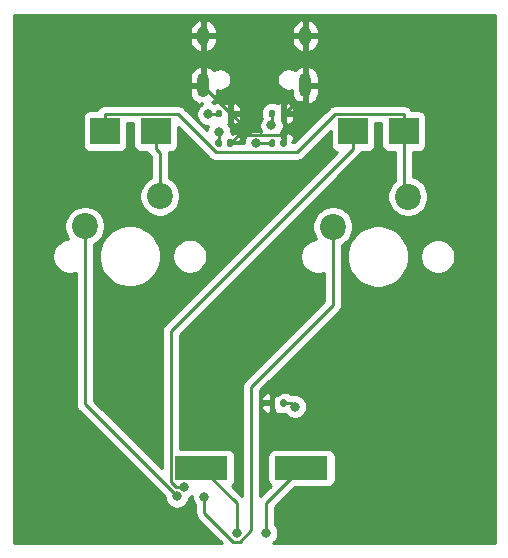
<source format=gbr>
%TF.GenerationSoftware,KiCad,Pcbnew,(5.1.12)-1*%
%TF.CreationDate,2024-07-10T23:31:02+08:00*%
%TF.ProjectId,BKL2x,424b4c32-782e-46b6-9963-61645f706362,1.0*%
%TF.SameCoordinates,Original*%
%TF.FileFunction,Copper,L2,Bot*%
%TF.FilePolarity,Positive*%
%FSLAX46Y46*%
G04 Gerber Fmt 4.6, Leading zero omitted, Abs format (unit mm)*
G04 Created by KiCad (PCBNEW (5.1.12)-1) date 2024-07-10 23:31:02*
%MOMM*%
%LPD*%
G01*
G04 APERTURE LIST*
%TA.AperFunction,SMDPad,CuDef*%
%ADD10R,2.500000X2.300000*%
%TD*%
%TA.AperFunction,ComponentPad*%
%ADD11O,1.000000X2.100000*%
%TD*%
%TA.AperFunction,ComponentPad*%
%ADD12O,1.000000X1.600000*%
%TD*%
%TA.AperFunction,ComponentPad*%
%ADD13C,2.200000*%
%TD*%
%TA.AperFunction,SMDPad,CuDef*%
%ADD14R,4.500000X2.000000*%
%TD*%
%TA.AperFunction,ViaPad*%
%ADD15C,0.800000*%
%TD*%
%TA.AperFunction,Conductor*%
%ADD16C,0.250000*%
%TD*%
%TA.AperFunction,Conductor*%
%ADD17C,0.254000*%
%TD*%
%TA.AperFunction,Conductor*%
%ADD18C,0.100000*%
%TD*%
G04 APERTURE END LIST*
%TO.P,C8,2*%
%TO.N,GND*%
%TA.AperFunction,SMDPad,CuDef*%
G36*
G01*
X147680000Y-84670000D02*
X147680000Y-84330000D01*
G75*
G02*
X147820000Y-84190000I140000J0D01*
G01*
X148100000Y-84190000D01*
G75*
G02*
X148240000Y-84330000I0J-140000D01*
G01*
X148240000Y-84670000D01*
G75*
G02*
X148100000Y-84810000I-140000J0D01*
G01*
X147820000Y-84810000D01*
G75*
G02*
X147680000Y-84670000I0J140000D01*
G01*
G37*
%TD.AperFunction*%
%TO.P,C8,1*%
%TO.N,/DP*%
%TA.AperFunction,SMDPad,CuDef*%
G36*
G01*
X146720000Y-84670000D02*
X146720000Y-84330000D01*
G75*
G02*
X146860000Y-84190000I140000J0D01*
G01*
X147140000Y-84190000D01*
G75*
G02*
X147280000Y-84330000I0J-140000D01*
G01*
X147280000Y-84670000D01*
G75*
G02*
X147140000Y-84810000I-140000J0D01*
G01*
X146860000Y-84810000D01*
G75*
G02*
X146720000Y-84670000I0J140000D01*
G01*
G37*
%TD.AperFunction*%
%TD*%
%TO.P,C7,2*%
%TO.N,GND*%
%TA.AperFunction,SMDPad,CuDef*%
G36*
G01*
X152200000Y-84670000D02*
X152200000Y-84330000D01*
G75*
G02*
X152340000Y-84190000I140000J0D01*
G01*
X152620000Y-84190000D01*
G75*
G02*
X152760000Y-84330000I0J-140000D01*
G01*
X152760000Y-84670000D01*
G75*
G02*
X152620000Y-84810000I-140000J0D01*
G01*
X152340000Y-84810000D01*
G75*
G02*
X152200000Y-84670000I0J140000D01*
G01*
G37*
%TD.AperFunction*%
%TO.P,C7,1*%
%TO.N,/DM*%
%TA.AperFunction,SMDPad,CuDef*%
G36*
G01*
X151240000Y-84670000D02*
X151240000Y-84330000D01*
G75*
G02*
X151380000Y-84190000I140000J0D01*
G01*
X151660000Y-84190000D01*
G75*
G02*
X151800000Y-84330000I0J-140000D01*
G01*
X151800000Y-84670000D01*
G75*
G02*
X151660000Y-84810000I-140000J0D01*
G01*
X151380000Y-84810000D01*
G75*
G02*
X151240000Y-84670000I0J140000D01*
G01*
G37*
%TD.AperFunction*%
%TD*%
%TO.P,C3,2*%
%TO.N,GND*%
%TA.AperFunction,SMDPad,CuDef*%
G36*
G01*
X151800000Y-106330000D02*
X151800000Y-106670000D01*
G75*
G02*
X151660000Y-106810000I-140000J0D01*
G01*
X151380000Y-106810000D01*
G75*
G02*
X151240000Y-106670000I0J140000D01*
G01*
X151240000Y-106330000D01*
G75*
G02*
X151380000Y-106190000I140000J0D01*
G01*
X151660000Y-106190000D01*
G75*
G02*
X151800000Y-106330000I0J-140000D01*
G01*
G37*
%TD.AperFunction*%
%TO.P,C3,1*%
%TO.N,/VB*%
%TA.AperFunction,SMDPad,CuDef*%
G36*
G01*
X152760000Y-106330000D02*
X152760000Y-106670000D01*
G75*
G02*
X152620000Y-106810000I-140000J0D01*
G01*
X152340000Y-106810000D01*
G75*
G02*
X152200000Y-106670000I0J140000D01*
G01*
X152200000Y-106330000D01*
G75*
G02*
X152340000Y-106190000I140000J0D01*
G01*
X152620000Y-106190000D01*
G75*
G02*
X152760000Y-106330000I0J-140000D01*
G01*
G37*
%TD.AperFunction*%
%TD*%
D10*
%TO.P,D1,1*%
%TO.N,Net-(D1-Pad1)*%
X137350000Y-83500000D03*
%TO.P,D1,2*%
%TO.N,Net-(D1-Pad2)*%
X141650000Y-83500000D03*
%TD*%
%TO.P,D2,2*%
%TO.N,Net-(D1-Pad1)*%
X162650000Y-83500000D03*
%TO.P,D2,1*%
%TO.N,/R0*%
X158350000Y-83500000D03*
%TD*%
D11*
%TO.P,J1,S1*%
%TO.N,GND*%
X154320000Y-79605000D03*
X145680000Y-79605000D03*
D12*
X154320000Y-75425000D03*
X145680000Y-75425000D03*
%TD*%
%TO.P,R1,1*%
%TO.N,GND*%
%TA.AperFunction,SMDPad,CuDef*%
G36*
G01*
X152780000Y-81815000D02*
X152780000Y-82185000D01*
G75*
G02*
X152645000Y-82320000I-135000J0D01*
G01*
X152375000Y-82320000D01*
G75*
G02*
X152240000Y-82185000I0J135000D01*
G01*
X152240000Y-81815000D01*
G75*
G02*
X152375000Y-81680000I135000J0D01*
G01*
X152645000Y-81680000D01*
G75*
G02*
X152780000Y-81815000I0J-135000D01*
G01*
G37*
%TD.AperFunction*%
%TO.P,R1,2*%
%TO.N,Net-(J1-PadA5)*%
%TA.AperFunction,SMDPad,CuDef*%
G36*
G01*
X151760000Y-81815000D02*
X151760000Y-82185000D01*
G75*
G02*
X151625000Y-82320000I-135000J0D01*
G01*
X151355000Y-82320000D01*
G75*
G02*
X151220000Y-82185000I0J135000D01*
G01*
X151220000Y-81815000D01*
G75*
G02*
X151355000Y-81680000I135000J0D01*
G01*
X151625000Y-81680000D01*
G75*
G02*
X151760000Y-81815000I0J-135000D01*
G01*
G37*
%TD.AperFunction*%
%TD*%
%TO.P,R2,2*%
%TO.N,Net-(J1-PadB5)*%
%TA.AperFunction,SMDPad,CuDef*%
G36*
G01*
X147270000Y-81815000D02*
X147270000Y-82185000D01*
G75*
G02*
X147135000Y-82320000I-135000J0D01*
G01*
X146865000Y-82320000D01*
G75*
G02*
X146730000Y-82185000I0J135000D01*
G01*
X146730000Y-81815000D01*
G75*
G02*
X146865000Y-81680000I135000J0D01*
G01*
X147135000Y-81680000D01*
G75*
G02*
X147270000Y-81815000I0J-135000D01*
G01*
G37*
%TD.AperFunction*%
%TO.P,R2,1*%
%TO.N,GND*%
%TA.AperFunction,SMDPad,CuDef*%
G36*
G01*
X148290000Y-81815000D02*
X148290000Y-82185000D01*
G75*
G02*
X148155000Y-82320000I-135000J0D01*
G01*
X147885000Y-82320000D01*
G75*
G02*
X147750000Y-82185000I0J135000D01*
G01*
X147750000Y-81815000D01*
G75*
G02*
X147885000Y-81680000I135000J0D01*
G01*
X148155000Y-81680000D01*
G75*
G02*
X148290000Y-81815000I0J-135000D01*
G01*
G37*
%TD.AperFunction*%
%TD*%
D13*
%TO.P,SW1,2*%
%TO.N,/C0*%
X135650000Y-91540000D03*
%TO.P,SW1,1*%
%TO.N,Net-(D1-Pad2)*%
X142000000Y-89000000D03*
%TD*%
%TO.P,SW2,1*%
%TO.N,Net-(D1-Pad1)*%
X163000000Y-89020000D03*
%TO.P,SW2,2*%
%TO.N,/C1*%
X156650000Y-91560000D03*
%TD*%
D14*
%TO.P,Y1,1*%
%TO.N,Net-(C5-Pad1)*%
X145500000Y-112000000D03*
%TO.P,Y1,2*%
%TO.N,Net-(C4-Pad2)*%
X154000000Y-112000000D03*
%TD*%
D15*
%TO.N,GND*%
X152000000Y-105577600D03*
%TO.N,/VB*%
X153450200Y-106815600D03*
%TO.N,Net-(C4-Pad2)*%
X151000000Y-117500000D03*
%TO.N,Net-(C5-Pad1)*%
X148500000Y-117500000D03*
%TO.N,/R0*%
X144059800Y-113606400D03*
%TO.N,Net-(J1-PadB5)*%
X146123300Y-82036400D03*
%TO.N,/DP*%
X147000000Y-83553700D03*
%TO.N,/DM*%
X150144100Y-84500000D03*
%TO.N,Net-(J1-PadA5)*%
X151460700Y-83001500D03*
%TO.N,/C0*%
X143440000Y-114402200D03*
%TO.N,/C1*%
X145785300Y-114458100D03*
%TD*%
D16*
%TO.N,GND*%
X148752900Y-83707100D02*
X147960000Y-84500000D01*
X152480000Y-83774600D02*
X148820400Y-83774600D01*
X148820400Y-83774600D02*
X148752900Y-83707100D01*
X148752900Y-83707100D02*
X148752900Y-82732900D01*
X148752900Y-82732900D02*
X148020000Y-82000000D01*
X152480000Y-83774600D02*
X152480000Y-84500000D01*
X152510000Y-82000000D02*
X152510000Y-83744600D01*
X152510000Y-83744600D02*
X152480000Y-83774600D01*
X148020000Y-82000000D02*
X145680000Y-79660000D01*
X145680000Y-79660000D02*
X145680000Y-79605000D01*
X154320000Y-80980300D02*
X153529700Y-80980300D01*
X153529700Y-80980300D02*
X152510000Y-82000000D01*
X151520000Y-106500000D02*
X151520000Y-106057600D01*
X151520000Y-106057600D02*
X152000000Y-105577600D01*
X145680000Y-79605000D02*
X145680000Y-76550300D01*
X145680000Y-75425000D02*
X145680000Y-76550300D01*
X154320000Y-79605000D02*
X154320000Y-80980300D01*
%TO.N,/VB*%
X152480000Y-106500000D02*
X153134600Y-106500000D01*
X153134600Y-106500000D02*
X153450200Y-106815600D01*
%TO.N,Net-(C4-Pad2)*%
X151000000Y-117500000D02*
X151000000Y-115000000D01*
X151000000Y-115000000D02*
X154000000Y-112000000D01*
%TO.N,Net-(C5-Pad1)*%
X148500000Y-117500000D02*
X148500000Y-115000000D01*
X148500000Y-115000000D02*
X145500000Y-112000000D01*
%TO.N,Net-(D1-Pad1)*%
X162650000Y-83500000D02*
X162650000Y-82024700D01*
X162650000Y-82024700D02*
X156853500Y-82024700D01*
X156853500Y-82024700D02*
X153615400Y-85262800D01*
X153615400Y-85262800D02*
X146747500Y-85262800D01*
X146747500Y-85262800D02*
X143509400Y-82024700D01*
X143509400Y-82024700D02*
X137350000Y-82024700D01*
X163000000Y-89020000D02*
X162650000Y-88670000D01*
X162650000Y-88670000D02*
X162650000Y-83500000D01*
X137350000Y-83500000D02*
X137350000Y-82024700D01*
%TO.N,Net-(D1-Pad2)*%
X141650000Y-83500000D02*
X141650000Y-84975300D01*
X142000000Y-89000000D02*
X142000000Y-85325300D01*
X142000000Y-85325300D02*
X141650000Y-84975300D01*
%TO.N,/R0*%
X158350000Y-83500000D02*
X158350000Y-84975300D01*
X158350000Y-84975300D02*
X142919000Y-100406300D01*
X142919000Y-100406300D02*
X142919000Y-113187300D01*
X142919000Y-113187300D02*
X143338100Y-113606400D01*
X143338100Y-113606400D02*
X144059800Y-113606400D01*
%TO.N,Net-(J1-PadB5)*%
X147000000Y-82000000D02*
X146963600Y-82036400D01*
X146963600Y-82036400D02*
X146123300Y-82036400D01*
%TO.N,/DP*%
X147000000Y-84500000D02*
X147000000Y-83553700D01*
%TO.N,/DM*%
X151520000Y-84500000D02*
X150144100Y-84500000D01*
%TO.N,Net-(J1-PadA5)*%
X151490000Y-82000000D02*
X151490000Y-82972200D01*
X151490000Y-82972200D02*
X151460700Y-83001500D01*
%TO.N,/C0*%
X135650000Y-91540000D02*
X135650000Y-106612200D01*
X135650000Y-106612200D02*
X143440000Y-114402200D01*
%TO.N,/C1*%
X156650000Y-91560000D02*
X156650000Y-98214200D01*
X156650000Y-98214200D02*
X149750000Y-105114200D01*
X149750000Y-105114200D02*
X149750000Y-117285600D01*
X149750000Y-117285600D02*
X148776200Y-118259400D01*
X148776200Y-118259400D02*
X148231600Y-118259400D01*
X148231600Y-118259400D02*
X145785300Y-115813100D01*
X145785300Y-115813100D02*
X145785300Y-114458100D01*
%TD*%
D17*
%TO.N,GND*%
X170373000Y-118373000D02*
X151556414Y-118373000D01*
X151659774Y-118303937D01*
X151803937Y-118159774D01*
X151917205Y-117990256D01*
X151995226Y-117801898D01*
X152035000Y-117601939D01*
X152035000Y-117398061D01*
X151995226Y-117198102D01*
X151917205Y-117009744D01*
X151803937Y-116840226D01*
X151760000Y-116796289D01*
X151760000Y-115314801D01*
X153436730Y-113638072D01*
X156250000Y-113638072D01*
X156374482Y-113625812D01*
X156494180Y-113589502D01*
X156604494Y-113530537D01*
X156701185Y-113451185D01*
X156780537Y-113354494D01*
X156839502Y-113244180D01*
X156875812Y-113124482D01*
X156888072Y-113000000D01*
X156888072Y-111000000D01*
X156875812Y-110875518D01*
X156839502Y-110755820D01*
X156780537Y-110645506D01*
X156701185Y-110548815D01*
X156604494Y-110469463D01*
X156494180Y-110410498D01*
X156374482Y-110374188D01*
X156250000Y-110361928D01*
X151750000Y-110361928D01*
X151625518Y-110374188D01*
X151505820Y-110410498D01*
X151395506Y-110469463D01*
X151298815Y-110548815D01*
X151219463Y-110645506D01*
X151160498Y-110755820D01*
X151124188Y-110875518D01*
X151111928Y-111000000D01*
X151111928Y-113000000D01*
X151124188Y-113124482D01*
X151160498Y-113244180D01*
X151219463Y-113354494D01*
X151298815Y-113451185D01*
X151395042Y-113530156D01*
X150510000Y-114415199D01*
X150510000Y-106807077D01*
X150601935Y-106807077D01*
X150613625Y-106931613D01*
X150649386Y-107051476D01*
X150707844Y-107162059D01*
X150786753Y-107259113D01*
X150883079Y-107338908D01*
X150993122Y-107398377D01*
X151112652Y-107435235D01*
X151234250Y-107445000D01*
X151393000Y-107286250D01*
X151393000Y-106627000D01*
X150763750Y-106627000D01*
X150605000Y-106785750D01*
X150601935Y-106807077D01*
X150510000Y-106807077D01*
X150510000Y-106192923D01*
X150601935Y-106192923D01*
X150605000Y-106214250D01*
X150763750Y-106373000D01*
X151393000Y-106373000D01*
X151393000Y-106330000D01*
X151561928Y-106330000D01*
X151561928Y-106670000D01*
X151576878Y-106821794D01*
X151621155Y-106967755D01*
X151647000Y-107016108D01*
X151647000Y-107286250D01*
X151805750Y-107445000D01*
X151927348Y-107435235D01*
X152046878Y-107398377D01*
X152056509Y-107393172D01*
X152188206Y-107433122D01*
X152340000Y-107448072D01*
X152620000Y-107448072D01*
X152627525Y-107447331D01*
X152646263Y-107475374D01*
X152790426Y-107619537D01*
X152959944Y-107732805D01*
X153148302Y-107810826D01*
X153348261Y-107850600D01*
X153552139Y-107850600D01*
X153752098Y-107810826D01*
X153940456Y-107732805D01*
X154109974Y-107619537D01*
X154254137Y-107475374D01*
X154367405Y-107305856D01*
X154445426Y-107117498D01*
X154485200Y-106917539D01*
X154485200Y-106713661D01*
X154445426Y-106513702D01*
X154367405Y-106325344D01*
X154254137Y-106155826D01*
X154109974Y-106011663D01*
X153940456Y-105898395D01*
X153752098Y-105820374D01*
X153552139Y-105780600D01*
X153381176Y-105780600D01*
X153283586Y-105750997D01*
X153171933Y-105740000D01*
X153171922Y-105740000D01*
X153134600Y-105736324D01*
X153119047Y-105737856D01*
X153052274Y-105683057D01*
X152917755Y-105611155D01*
X152771794Y-105566878D01*
X152620000Y-105551928D01*
X152340000Y-105551928D01*
X152188206Y-105566878D01*
X152056509Y-105606828D01*
X152046878Y-105601623D01*
X151927348Y-105564765D01*
X151805750Y-105555000D01*
X151647000Y-105713750D01*
X151647000Y-105983892D01*
X151621155Y-106032245D01*
X151576878Y-106178206D01*
X151561928Y-106330000D01*
X151393000Y-106330000D01*
X151393000Y-105713750D01*
X151234250Y-105555000D01*
X151112652Y-105564765D01*
X150993122Y-105601623D01*
X150883079Y-105661092D01*
X150786753Y-105740887D01*
X150707844Y-105837941D01*
X150649386Y-105948524D01*
X150613625Y-106068387D01*
X150601935Y-106192923D01*
X150510000Y-106192923D01*
X150510000Y-105429001D01*
X157161003Y-98777999D01*
X157190001Y-98754201D01*
X157284974Y-98638476D01*
X157355546Y-98506447D01*
X157399003Y-98363186D01*
X157410000Y-98251533D01*
X157413677Y-98214200D01*
X157410000Y-98176867D01*
X157410000Y-93840475D01*
X157825000Y-93840475D01*
X157825000Y-94359525D01*
X157926261Y-94868601D01*
X158124893Y-95348141D01*
X158413262Y-95779715D01*
X158780285Y-96146738D01*
X159211859Y-96435107D01*
X159691399Y-96633739D01*
X160200475Y-96735000D01*
X160719525Y-96735000D01*
X161228601Y-96633739D01*
X161708141Y-96435107D01*
X162139715Y-96146738D01*
X162506738Y-95779715D01*
X162795107Y-95348141D01*
X162993739Y-94868601D01*
X163095000Y-94359525D01*
X163095000Y-93953740D01*
X164055000Y-93953740D01*
X164055000Y-94246260D01*
X164112068Y-94533158D01*
X164224010Y-94803411D01*
X164386525Y-95046632D01*
X164593368Y-95253475D01*
X164836589Y-95415990D01*
X165106842Y-95527932D01*
X165393740Y-95585000D01*
X165686260Y-95585000D01*
X165973158Y-95527932D01*
X166243411Y-95415990D01*
X166486632Y-95253475D01*
X166693475Y-95046632D01*
X166855990Y-94803411D01*
X166967932Y-94533158D01*
X167025000Y-94246260D01*
X167025000Y-93953740D01*
X166967932Y-93666842D01*
X166855990Y-93396589D01*
X166693475Y-93153368D01*
X166486632Y-92946525D01*
X166243411Y-92784010D01*
X165973158Y-92672068D01*
X165686260Y-92615000D01*
X165393740Y-92615000D01*
X165106842Y-92672068D01*
X164836589Y-92784010D01*
X164593368Y-92946525D01*
X164386525Y-93153368D01*
X164224010Y-93396589D01*
X164112068Y-93666842D01*
X164055000Y-93953740D01*
X163095000Y-93953740D01*
X163095000Y-93840475D01*
X162993739Y-93331399D01*
X162795107Y-92851859D01*
X162506738Y-92420285D01*
X162139715Y-92053262D01*
X161708141Y-91764893D01*
X161228601Y-91566261D01*
X160719525Y-91465000D01*
X160200475Y-91465000D01*
X159691399Y-91566261D01*
X159211859Y-91764893D01*
X158780285Y-92053262D01*
X158413262Y-92420285D01*
X158124893Y-92851859D01*
X157926261Y-93331399D01*
X157825000Y-93840475D01*
X157410000Y-93840475D01*
X157410000Y-93123148D01*
X157471831Y-93097537D01*
X157755998Y-92907663D01*
X157997663Y-92665998D01*
X158187537Y-92381831D01*
X158318325Y-92066081D01*
X158385000Y-91730883D01*
X158385000Y-91389117D01*
X158318325Y-91053919D01*
X158187537Y-90738169D01*
X157997663Y-90454002D01*
X157755998Y-90212337D01*
X157471831Y-90022463D01*
X157156081Y-89891675D01*
X156820883Y-89825000D01*
X156479117Y-89825000D01*
X156143919Y-89891675D01*
X155828169Y-90022463D01*
X155544002Y-90212337D01*
X155302337Y-90454002D01*
X155112463Y-90738169D01*
X154981675Y-91053919D01*
X154915000Y-91389117D01*
X154915000Y-91730883D01*
X154981675Y-92066081D01*
X155112463Y-92381831D01*
X155268261Y-92615000D01*
X155233740Y-92615000D01*
X154946842Y-92672068D01*
X154676589Y-92784010D01*
X154433368Y-92946525D01*
X154226525Y-93153368D01*
X154064010Y-93396589D01*
X153952068Y-93666842D01*
X153895000Y-93953740D01*
X153895000Y-94246260D01*
X153952068Y-94533158D01*
X154064010Y-94803411D01*
X154226525Y-95046632D01*
X154433368Y-95253475D01*
X154676589Y-95415990D01*
X154946842Y-95527932D01*
X155233740Y-95585000D01*
X155526260Y-95585000D01*
X155813158Y-95527932D01*
X155890001Y-95496103D01*
X155890001Y-97899397D01*
X149239003Y-104550396D01*
X149209999Y-104574199D01*
X149154871Y-104641374D01*
X149115026Y-104689924D01*
X149044455Y-104821953D01*
X149044454Y-104821954D01*
X149000997Y-104965215D01*
X148990000Y-105076868D01*
X148990000Y-105076878D01*
X148986324Y-105114200D01*
X148990000Y-105151522D01*
X148990001Y-114415199D01*
X148104958Y-113530156D01*
X148201185Y-113451185D01*
X148280537Y-113354494D01*
X148339502Y-113244180D01*
X148375812Y-113124482D01*
X148388072Y-113000000D01*
X148388072Y-111000000D01*
X148375812Y-110875518D01*
X148339502Y-110755820D01*
X148280537Y-110645506D01*
X148201185Y-110548815D01*
X148104494Y-110469463D01*
X147994180Y-110410498D01*
X147874482Y-110374188D01*
X147750000Y-110361928D01*
X143679000Y-110361928D01*
X143679000Y-100721101D01*
X158861008Y-85539095D01*
X158890001Y-85515301D01*
X158913795Y-85486308D01*
X158913799Y-85486304D01*
X158971811Y-85415615D01*
X158984974Y-85399576D01*
X159044575Y-85288072D01*
X159600000Y-85288072D01*
X159724482Y-85275812D01*
X159844180Y-85239502D01*
X159954494Y-85180537D01*
X160051185Y-85101185D01*
X160130537Y-85004494D01*
X160189502Y-84894180D01*
X160225812Y-84774482D01*
X160238072Y-84650000D01*
X160238072Y-82784700D01*
X160761928Y-82784700D01*
X160761928Y-84650000D01*
X160774188Y-84774482D01*
X160810498Y-84894180D01*
X160869463Y-85004494D01*
X160948815Y-85101185D01*
X161045506Y-85180537D01*
X161155820Y-85239502D01*
X161275518Y-85275812D01*
X161400000Y-85288072D01*
X161890001Y-85288072D01*
X161890000Y-87676339D01*
X161652337Y-87914002D01*
X161462463Y-88198169D01*
X161331675Y-88513919D01*
X161265000Y-88849117D01*
X161265000Y-89190883D01*
X161331675Y-89526081D01*
X161462463Y-89841831D01*
X161652337Y-90125998D01*
X161894002Y-90367663D01*
X162178169Y-90557537D01*
X162493919Y-90688325D01*
X162829117Y-90755000D01*
X163170883Y-90755000D01*
X163506081Y-90688325D01*
X163821831Y-90557537D01*
X164105998Y-90367663D01*
X164347663Y-90125998D01*
X164537537Y-89841831D01*
X164668325Y-89526081D01*
X164735000Y-89190883D01*
X164735000Y-88849117D01*
X164668325Y-88513919D01*
X164537537Y-88198169D01*
X164347663Y-87914002D01*
X164105998Y-87672337D01*
X163821831Y-87482463D01*
X163506081Y-87351675D01*
X163410000Y-87332563D01*
X163410000Y-85288072D01*
X163900000Y-85288072D01*
X164024482Y-85275812D01*
X164144180Y-85239502D01*
X164254494Y-85180537D01*
X164351185Y-85101185D01*
X164430537Y-85004494D01*
X164489502Y-84894180D01*
X164525812Y-84774482D01*
X164538072Y-84650000D01*
X164538072Y-82350000D01*
X164525812Y-82225518D01*
X164489502Y-82105820D01*
X164430537Y-81995506D01*
X164351185Y-81898815D01*
X164254494Y-81819463D01*
X164144180Y-81760498D01*
X164024482Y-81724188D01*
X163900000Y-81711928D01*
X163344575Y-81711928D01*
X163284974Y-81600424D01*
X163190001Y-81484699D01*
X163074276Y-81389726D01*
X162942247Y-81319154D01*
X162798986Y-81275697D01*
X162687333Y-81264700D01*
X162650000Y-81261023D01*
X162612667Y-81264700D01*
X156890823Y-81264700D01*
X156853500Y-81261024D01*
X156816177Y-81264700D01*
X156816167Y-81264700D01*
X156704514Y-81275697D01*
X156561253Y-81319154D01*
X156429223Y-81389726D01*
X156372594Y-81436201D01*
X156313499Y-81484699D01*
X156289701Y-81513697D01*
X153395000Y-84408399D01*
X153395000Y-84372998D01*
X153236252Y-84372998D01*
X153395000Y-84214250D01*
X153398065Y-84192923D01*
X153386375Y-84068387D01*
X153350614Y-83948524D01*
X153292156Y-83837941D01*
X153213247Y-83740887D01*
X153116921Y-83661092D01*
X153006878Y-83601623D01*
X152887348Y-83564765D01*
X152765750Y-83555000D01*
X152607000Y-83713750D01*
X152607000Y-84373000D01*
X152627000Y-84373000D01*
X152627000Y-84502800D01*
X152438072Y-84502800D01*
X152438072Y-84330000D01*
X152423122Y-84178206D01*
X152378845Y-84032245D01*
X152353000Y-83983892D01*
X152353000Y-83713750D01*
X152279011Y-83639761D01*
X152377905Y-83491756D01*
X152455926Y-83303398D01*
X152495700Y-83103439D01*
X152495700Y-82899561D01*
X152455926Y-82699602D01*
X152383000Y-82523544D01*
X152383000Y-82336538D01*
X152383218Y-82335819D01*
X152398072Y-82185000D01*
X152398072Y-82127000D01*
X152637000Y-82127000D01*
X152637000Y-82796250D01*
X152795750Y-82955000D01*
X152912202Y-82944226D01*
X153031442Y-82906441D01*
X153141020Y-82846118D01*
X153236724Y-82765578D01*
X153314876Y-82667914D01*
X153372473Y-82556879D01*
X153407301Y-82436742D01*
X153418023Y-82312119D01*
X153415000Y-82285750D01*
X153256250Y-82127000D01*
X152637000Y-82127000D01*
X152398072Y-82127000D01*
X152398072Y-81815000D01*
X152383218Y-81664181D01*
X152383000Y-81663462D01*
X152383000Y-81203750D01*
X152637000Y-81203750D01*
X152637000Y-81873000D01*
X153256250Y-81873000D01*
X153415000Y-81714250D01*
X153418023Y-81687881D01*
X153407301Y-81563258D01*
X153372473Y-81443121D01*
X153314876Y-81332086D01*
X153236724Y-81234422D01*
X153141020Y-81153882D01*
X153031442Y-81093559D01*
X152912202Y-81055774D01*
X152795750Y-81045000D01*
X152637000Y-81203750D01*
X152383000Y-81203750D01*
X152224250Y-81045000D01*
X152107798Y-81055774D01*
X151988558Y-81093559D01*
X151948549Y-81115584D01*
X151920842Y-81100775D01*
X151775819Y-81056782D01*
X151625000Y-81041928D01*
X151355000Y-81041928D01*
X151204181Y-81056782D01*
X151059158Y-81100775D01*
X150925504Y-81172214D01*
X150808356Y-81268356D01*
X150712214Y-81385504D01*
X150640775Y-81519158D01*
X150596782Y-81664181D01*
X150581928Y-81815000D01*
X150581928Y-82185000D01*
X150596782Y-82335819D01*
X150616743Y-82401620D01*
X150543495Y-82511244D01*
X150465474Y-82699602D01*
X150425700Y-82899561D01*
X150425700Y-83103439D01*
X150465474Y-83303398D01*
X150543495Y-83491756D01*
X150592833Y-83565595D01*
X150445998Y-83504774D01*
X150246039Y-83465000D01*
X150042161Y-83465000D01*
X149842202Y-83504774D01*
X149653844Y-83582795D01*
X149484326Y-83696063D01*
X149340163Y-83840226D01*
X149226895Y-84009744D01*
X149148874Y-84198102D01*
X149109100Y-84398061D01*
X149109100Y-84502800D01*
X147918072Y-84502800D01*
X147918072Y-84353000D01*
X148087000Y-84353000D01*
X148087000Y-84373000D01*
X148716250Y-84373000D01*
X148875000Y-84214250D01*
X148878065Y-84192923D01*
X148866375Y-84068387D01*
X148830614Y-83948524D01*
X148772156Y-83837941D01*
X148693247Y-83740887D01*
X148596921Y-83661092D01*
X148486878Y-83601623D01*
X148367348Y-83564765D01*
X148245750Y-83555000D01*
X148087002Y-83713748D01*
X148087002Y-83555000D01*
X148035000Y-83555000D01*
X148035000Y-83451761D01*
X147995226Y-83251802D01*
X147917205Y-83063444D01*
X147803937Y-82893926D01*
X147799631Y-82889620D01*
X147893000Y-82796250D01*
X147893000Y-82336538D01*
X147893218Y-82335819D01*
X147908072Y-82185000D01*
X147908072Y-82127000D01*
X148147000Y-82127000D01*
X148147000Y-82796250D01*
X148305750Y-82955000D01*
X148422202Y-82944226D01*
X148541442Y-82906441D01*
X148651020Y-82846118D01*
X148746724Y-82765578D01*
X148824876Y-82667914D01*
X148882473Y-82556879D01*
X148917301Y-82436742D01*
X148928023Y-82312119D01*
X148925000Y-82285750D01*
X148766250Y-82127000D01*
X148147000Y-82127000D01*
X147908072Y-82127000D01*
X147908072Y-81815000D01*
X147893218Y-81664181D01*
X147893000Y-81663462D01*
X147893000Y-81203750D01*
X148147000Y-81203750D01*
X148147000Y-81873000D01*
X148766250Y-81873000D01*
X148925000Y-81714250D01*
X148928023Y-81687881D01*
X148917301Y-81563258D01*
X148882473Y-81443121D01*
X148824876Y-81332086D01*
X148746724Y-81234422D01*
X148651020Y-81153882D01*
X148541442Y-81093559D01*
X148422202Y-81055774D01*
X148305750Y-81045000D01*
X148147000Y-81203750D01*
X147893000Y-81203750D01*
X147734250Y-81045000D01*
X147617798Y-81055774D01*
X147498558Y-81093559D01*
X147458549Y-81115584D01*
X147430842Y-81100775D01*
X147285819Y-81056782D01*
X147135000Y-81041928D01*
X146865000Y-81041928D01*
X146714181Y-81056782D01*
X146569158Y-81100775D01*
X146569127Y-81100792D01*
X146425198Y-81041174D01*
X146403548Y-81036868D01*
X146553161Y-80891169D01*
X146680003Y-80706678D01*
X146768415Y-80500987D01*
X146815000Y-80282000D01*
X146815000Y-80021904D01*
X146829978Y-80028108D01*
X147015448Y-80065000D01*
X147204552Y-80065000D01*
X147390022Y-80028108D01*
X147564731Y-79955741D01*
X147721964Y-79850681D01*
X147855681Y-79716964D01*
X147960741Y-79559731D01*
X148033108Y-79385022D01*
X148070000Y-79199552D01*
X148070000Y-79010448D01*
X151930000Y-79010448D01*
X151930000Y-79199552D01*
X151966892Y-79385022D01*
X152039259Y-79559731D01*
X152144319Y-79716964D01*
X152278036Y-79850681D01*
X152435269Y-79955741D01*
X152609978Y-80028108D01*
X152795448Y-80065000D01*
X152984552Y-80065000D01*
X153170022Y-80028108D01*
X153185000Y-80021904D01*
X153185000Y-80282000D01*
X153231585Y-80500987D01*
X153319997Y-80706678D01*
X153446839Y-80891169D01*
X153607236Y-81047369D01*
X153795024Y-81169276D01*
X154018126Y-81249119D01*
X154193000Y-81122954D01*
X154193000Y-79732000D01*
X154447000Y-79732000D01*
X154447000Y-81122954D01*
X154621874Y-81249119D01*
X154844976Y-81169276D01*
X155032764Y-81047369D01*
X155193161Y-80891169D01*
X155320003Y-80706678D01*
X155408415Y-80500987D01*
X155455000Y-80282000D01*
X155455000Y-79732000D01*
X154447000Y-79732000D01*
X154193000Y-79732000D01*
X154173000Y-79732000D01*
X154173000Y-79478000D01*
X154193000Y-79478000D01*
X154193000Y-78087046D01*
X154447000Y-78087046D01*
X154447000Y-79478000D01*
X155455000Y-79478000D01*
X155455000Y-78928000D01*
X155408415Y-78709013D01*
X155320003Y-78503322D01*
X155193161Y-78318831D01*
X155032764Y-78162631D01*
X154844976Y-78040724D01*
X154621874Y-77960881D01*
X154447000Y-78087046D01*
X154193000Y-78087046D01*
X154018126Y-77960881D01*
X153795024Y-78040724D01*
X153607236Y-78162631D01*
X153446839Y-78318831D01*
X153445117Y-78321335D01*
X153344731Y-78254259D01*
X153170022Y-78181892D01*
X152984552Y-78145000D01*
X152795448Y-78145000D01*
X152609978Y-78181892D01*
X152435269Y-78254259D01*
X152278036Y-78359319D01*
X152144319Y-78493036D01*
X152039259Y-78650269D01*
X151966892Y-78824978D01*
X151930000Y-79010448D01*
X148070000Y-79010448D01*
X148033108Y-78824978D01*
X147960741Y-78650269D01*
X147855681Y-78493036D01*
X147721964Y-78359319D01*
X147564731Y-78254259D01*
X147390022Y-78181892D01*
X147204552Y-78145000D01*
X147015448Y-78145000D01*
X146829978Y-78181892D01*
X146655269Y-78254259D01*
X146554883Y-78321335D01*
X146553161Y-78318831D01*
X146392764Y-78162631D01*
X146204976Y-78040724D01*
X145981874Y-77960881D01*
X145807000Y-78087046D01*
X145807000Y-79478000D01*
X145827000Y-79478000D01*
X145827000Y-79732000D01*
X145807000Y-79732000D01*
X145807000Y-79752000D01*
X145553000Y-79752000D01*
X145553000Y-79732000D01*
X144545000Y-79732000D01*
X144545000Y-80282000D01*
X144591585Y-80500987D01*
X144679997Y-80706678D01*
X144806839Y-80891169D01*
X144967236Y-81047369D01*
X145155024Y-81169276D01*
X145378126Y-81249119D01*
X145552998Y-81122955D01*
X145552998Y-81172680D01*
X145463526Y-81232463D01*
X145319363Y-81376626D01*
X145206095Y-81546144D01*
X145128074Y-81734502D01*
X145088300Y-81934461D01*
X145088300Y-82138339D01*
X145128074Y-82338298D01*
X145206095Y-82526656D01*
X145319363Y-82696174D01*
X145463526Y-82840337D01*
X145633044Y-82953605D01*
X145821402Y-83031626D01*
X146021361Y-83071400D01*
X146079499Y-83071400D01*
X146004774Y-83251802D01*
X145972675Y-83413174D01*
X144073204Y-81513703D01*
X144049401Y-81484699D01*
X143933676Y-81389726D01*
X143801647Y-81319154D01*
X143658386Y-81275697D01*
X143546733Y-81264700D01*
X143546722Y-81264700D01*
X143509400Y-81261024D01*
X143472078Y-81264700D01*
X137387333Y-81264700D01*
X137350000Y-81261023D01*
X137312667Y-81264700D01*
X137201014Y-81275697D01*
X137057753Y-81319154D01*
X136925724Y-81389726D01*
X136809999Y-81484699D01*
X136715026Y-81600424D01*
X136655425Y-81711928D01*
X136100000Y-81711928D01*
X135975518Y-81724188D01*
X135855820Y-81760498D01*
X135745506Y-81819463D01*
X135648815Y-81898815D01*
X135569463Y-81995506D01*
X135510498Y-82105820D01*
X135474188Y-82225518D01*
X135461928Y-82350000D01*
X135461928Y-84650000D01*
X135474188Y-84774482D01*
X135510498Y-84894180D01*
X135569463Y-85004494D01*
X135648815Y-85101185D01*
X135745506Y-85180537D01*
X135855820Y-85239502D01*
X135975518Y-85275812D01*
X136100000Y-85288072D01*
X138600000Y-85288072D01*
X138724482Y-85275812D01*
X138844180Y-85239502D01*
X138954494Y-85180537D01*
X139051185Y-85101185D01*
X139130537Y-85004494D01*
X139189502Y-84894180D01*
X139225812Y-84774482D01*
X139238072Y-84650000D01*
X139238072Y-82784700D01*
X139761928Y-82784700D01*
X139761928Y-84650000D01*
X139774188Y-84774482D01*
X139810498Y-84894180D01*
X139869463Y-85004494D01*
X139948815Y-85101185D01*
X140045506Y-85180537D01*
X140155820Y-85239502D01*
X140275518Y-85275812D01*
X140400000Y-85288072D01*
X140955425Y-85288072D01*
X141015026Y-85399576D01*
X141076340Y-85474286D01*
X141110000Y-85515301D01*
X141138998Y-85539099D01*
X141240001Y-85640102D01*
X141240000Y-87436852D01*
X141178169Y-87462463D01*
X140894002Y-87652337D01*
X140652337Y-87894002D01*
X140462463Y-88178169D01*
X140331675Y-88493919D01*
X140265000Y-88829117D01*
X140265000Y-89170883D01*
X140331675Y-89506081D01*
X140462463Y-89821831D01*
X140652337Y-90105998D01*
X140894002Y-90347663D01*
X141178169Y-90537537D01*
X141493919Y-90668325D01*
X141829117Y-90735000D01*
X142170883Y-90735000D01*
X142506081Y-90668325D01*
X142821831Y-90537537D01*
X143105998Y-90347663D01*
X143347663Y-90105998D01*
X143537537Y-89821831D01*
X143668325Y-89506081D01*
X143735000Y-89170883D01*
X143735000Y-88829117D01*
X143668325Y-88493919D01*
X143537537Y-88178169D01*
X143347663Y-87894002D01*
X143105998Y-87652337D01*
X142821831Y-87462463D01*
X142760000Y-87436852D01*
X142760000Y-85362625D01*
X142763676Y-85325300D01*
X142760010Y-85288072D01*
X142900000Y-85288072D01*
X143024482Y-85275812D01*
X143144180Y-85239502D01*
X143254494Y-85180537D01*
X143351185Y-85101185D01*
X143430537Y-85004494D01*
X143489502Y-84894180D01*
X143525812Y-84774482D01*
X143538072Y-84650000D01*
X143538072Y-83128173D01*
X146183701Y-85773803D01*
X146207499Y-85802801D01*
X146236497Y-85826599D01*
X146323223Y-85897774D01*
X146455253Y-85968346D01*
X146598514Y-86011803D01*
X146710167Y-86022800D01*
X146710177Y-86022800D01*
X146747500Y-86026476D01*
X146784823Y-86022800D01*
X153578078Y-86022800D01*
X153615400Y-86026476D01*
X153652722Y-86022800D01*
X153652733Y-86022800D01*
X153764386Y-86011803D01*
X153907647Y-85968346D01*
X154039676Y-85897774D01*
X154155401Y-85802801D01*
X154179204Y-85773797D01*
X156461928Y-83491074D01*
X156461928Y-84650000D01*
X156474188Y-84774482D01*
X156510498Y-84894180D01*
X156569463Y-85004494D01*
X156648815Y-85101185D01*
X156745506Y-85180537D01*
X156855820Y-85239502D01*
X156974879Y-85275618D01*
X142408003Y-99842496D01*
X142378999Y-99866299D01*
X142323871Y-99933474D01*
X142284026Y-99982024D01*
X142213455Y-100114053D01*
X142213454Y-100114054D01*
X142169997Y-100257315D01*
X142159000Y-100368968D01*
X142159000Y-100368978D01*
X142155324Y-100406300D01*
X142159000Y-100443622D01*
X142159001Y-112046399D01*
X136410000Y-106297399D01*
X136410000Y-93820475D01*
X136825000Y-93820475D01*
X136825000Y-94339525D01*
X136926261Y-94848601D01*
X137124893Y-95328141D01*
X137413262Y-95759715D01*
X137780285Y-96126738D01*
X138211859Y-96415107D01*
X138691399Y-96613739D01*
X139200475Y-96715000D01*
X139719525Y-96715000D01*
X140228601Y-96613739D01*
X140708141Y-96415107D01*
X141139715Y-96126738D01*
X141506738Y-95759715D01*
X141795107Y-95328141D01*
X141993739Y-94848601D01*
X142095000Y-94339525D01*
X142095000Y-93933740D01*
X143055000Y-93933740D01*
X143055000Y-94226260D01*
X143112068Y-94513158D01*
X143224010Y-94783411D01*
X143386525Y-95026632D01*
X143593368Y-95233475D01*
X143836589Y-95395990D01*
X144106842Y-95507932D01*
X144393740Y-95565000D01*
X144686260Y-95565000D01*
X144973158Y-95507932D01*
X145243411Y-95395990D01*
X145486632Y-95233475D01*
X145693475Y-95026632D01*
X145855990Y-94783411D01*
X145967932Y-94513158D01*
X146025000Y-94226260D01*
X146025000Y-93933740D01*
X145967932Y-93646842D01*
X145855990Y-93376589D01*
X145693475Y-93133368D01*
X145486632Y-92926525D01*
X145243411Y-92764010D01*
X144973158Y-92652068D01*
X144686260Y-92595000D01*
X144393740Y-92595000D01*
X144106842Y-92652068D01*
X143836589Y-92764010D01*
X143593368Y-92926525D01*
X143386525Y-93133368D01*
X143224010Y-93376589D01*
X143112068Y-93646842D01*
X143055000Y-93933740D01*
X142095000Y-93933740D01*
X142095000Y-93820475D01*
X141993739Y-93311399D01*
X141795107Y-92831859D01*
X141506738Y-92400285D01*
X141139715Y-92033262D01*
X140708141Y-91744893D01*
X140228601Y-91546261D01*
X139719525Y-91445000D01*
X139200475Y-91445000D01*
X138691399Y-91546261D01*
X138211859Y-91744893D01*
X137780285Y-92033262D01*
X137413262Y-92400285D01*
X137124893Y-92831859D01*
X136926261Y-93311399D01*
X136825000Y-93820475D01*
X136410000Y-93820475D01*
X136410000Y-93103148D01*
X136471831Y-93077537D01*
X136755998Y-92887663D01*
X136997663Y-92645998D01*
X137187537Y-92361831D01*
X137318325Y-92046081D01*
X137385000Y-91710883D01*
X137385000Y-91369117D01*
X137318325Y-91033919D01*
X137187537Y-90718169D01*
X136997663Y-90434002D01*
X136755998Y-90192337D01*
X136471831Y-90002463D01*
X136156081Y-89871675D01*
X135820883Y-89805000D01*
X135479117Y-89805000D01*
X135143919Y-89871675D01*
X134828169Y-90002463D01*
X134544002Y-90192337D01*
X134302337Y-90434002D01*
X134112463Y-90718169D01*
X133981675Y-91033919D01*
X133915000Y-91369117D01*
X133915000Y-91710883D01*
X133981675Y-92046081D01*
X134112463Y-92361831D01*
X134268261Y-92595000D01*
X134233740Y-92595000D01*
X133946842Y-92652068D01*
X133676589Y-92764010D01*
X133433368Y-92926525D01*
X133226525Y-93133368D01*
X133064010Y-93376589D01*
X132952068Y-93646842D01*
X132895000Y-93933740D01*
X132895000Y-94226260D01*
X132952068Y-94513158D01*
X133064010Y-94783411D01*
X133226525Y-95026632D01*
X133433368Y-95233475D01*
X133676589Y-95395990D01*
X133946842Y-95507932D01*
X134233740Y-95565000D01*
X134526260Y-95565000D01*
X134813158Y-95507932D01*
X134890000Y-95476103D01*
X134890001Y-106574867D01*
X134886324Y-106612200D01*
X134900998Y-106761185D01*
X134944454Y-106904446D01*
X135015026Y-107036476D01*
X135069026Y-107102274D01*
X135110000Y-107152201D01*
X135138998Y-107175999D01*
X142405000Y-114442002D01*
X142405000Y-114504139D01*
X142444774Y-114704098D01*
X142522795Y-114892456D01*
X142636063Y-115061974D01*
X142780226Y-115206137D01*
X142949744Y-115319405D01*
X143138102Y-115397426D01*
X143338061Y-115437200D01*
X143541939Y-115437200D01*
X143741898Y-115397426D01*
X143930256Y-115319405D01*
X144099774Y-115206137D01*
X144243937Y-115061974D01*
X144357205Y-114892456D01*
X144435226Y-114704098D01*
X144464041Y-114559234D01*
X144550056Y-114523605D01*
X144719574Y-114410337D01*
X144750300Y-114379611D01*
X144750300Y-114560039D01*
X144790074Y-114759998D01*
X144868095Y-114948356D01*
X144981363Y-115117874D01*
X145025300Y-115161811D01*
X145025300Y-115775777D01*
X145021624Y-115813100D01*
X145025300Y-115850422D01*
X145025300Y-115850432D01*
X145036297Y-115962085D01*
X145079754Y-116105346D01*
X145150326Y-116237376D01*
X145190171Y-116285926D01*
X145245299Y-116353101D01*
X145274303Y-116376904D01*
X147270398Y-118373000D01*
X129627000Y-118373000D01*
X129627000Y-78928000D01*
X144545000Y-78928000D01*
X144545000Y-79478000D01*
X145553000Y-79478000D01*
X145553000Y-78087046D01*
X145378126Y-77960881D01*
X145155024Y-78040724D01*
X144967236Y-78162631D01*
X144806839Y-78318831D01*
X144679997Y-78503322D01*
X144591585Y-78709013D01*
X144545000Y-78928000D01*
X129627000Y-78928000D01*
X129627000Y-75552000D01*
X144545000Y-75552000D01*
X144545000Y-75852000D01*
X144591585Y-76070987D01*
X144679997Y-76276678D01*
X144806839Y-76461169D01*
X144967236Y-76617369D01*
X145155024Y-76739276D01*
X145378126Y-76819119D01*
X145553000Y-76692954D01*
X145553000Y-75552000D01*
X145807000Y-75552000D01*
X145807000Y-76692954D01*
X145981874Y-76819119D01*
X146204976Y-76739276D01*
X146392764Y-76617369D01*
X146553161Y-76461169D01*
X146680003Y-76276678D01*
X146768415Y-76070987D01*
X146815000Y-75852000D01*
X146815000Y-75552000D01*
X153185000Y-75552000D01*
X153185000Y-75852000D01*
X153231585Y-76070987D01*
X153319997Y-76276678D01*
X153446839Y-76461169D01*
X153607236Y-76617369D01*
X153795024Y-76739276D01*
X154018126Y-76819119D01*
X154193000Y-76692954D01*
X154193000Y-75552000D01*
X154447000Y-75552000D01*
X154447000Y-76692954D01*
X154621874Y-76819119D01*
X154844976Y-76739276D01*
X155032764Y-76617369D01*
X155193161Y-76461169D01*
X155320003Y-76276678D01*
X155408415Y-76070987D01*
X155455000Y-75852000D01*
X155455000Y-75552000D01*
X154447000Y-75552000D01*
X154193000Y-75552000D01*
X153185000Y-75552000D01*
X146815000Y-75552000D01*
X145807000Y-75552000D01*
X145553000Y-75552000D01*
X144545000Y-75552000D01*
X129627000Y-75552000D01*
X129627000Y-74998000D01*
X144545000Y-74998000D01*
X144545000Y-75298000D01*
X145553000Y-75298000D01*
X145553000Y-74157046D01*
X145807000Y-74157046D01*
X145807000Y-75298000D01*
X146815000Y-75298000D01*
X146815000Y-74998000D01*
X153185000Y-74998000D01*
X153185000Y-75298000D01*
X154193000Y-75298000D01*
X154193000Y-74157046D01*
X154447000Y-74157046D01*
X154447000Y-75298000D01*
X155455000Y-75298000D01*
X155455000Y-74998000D01*
X155408415Y-74779013D01*
X155320003Y-74573322D01*
X155193161Y-74388831D01*
X155032764Y-74232631D01*
X154844976Y-74110724D01*
X154621874Y-74030881D01*
X154447000Y-74157046D01*
X154193000Y-74157046D01*
X154018126Y-74030881D01*
X153795024Y-74110724D01*
X153607236Y-74232631D01*
X153446839Y-74388831D01*
X153319997Y-74573322D01*
X153231585Y-74779013D01*
X153185000Y-74998000D01*
X146815000Y-74998000D01*
X146768415Y-74779013D01*
X146680003Y-74573322D01*
X146553161Y-74388831D01*
X146392764Y-74232631D01*
X146204976Y-74110724D01*
X145981874Y-74030881D01*
X145807000Y-74157046D01*
X145553000Y-74157046D01*
X145378126Y-74030881D01*
X145155024Y-74110724D01*
X144967236Y-74232631D01*
X144806839Y-74388831D01*
X144679997Y-74573322D01*
X144591585Y-74779013D01*
X144545000Y-74998000D01*
X129627000Y-74998000D01*
X129627000Y-73627000D01*
X170373000Y-73627000D01*
X170373000Y-118373000D01*
%TA.AperFunction,Conductor*%
D18*
G36*
X170373000Y-118373000D02*
G01*
X151556414Y-118373000D01*
X151659774Y-118303937D01*
X151803937Y-118159774D01*
X151917205Y-117990256D01*
X151995226Y-117801898D01*
X152035000Y-117601939D01*
X152035000Y-117398061D01*
X151995226Y-117198102D01*
X151917205Y-117009744D01*
X151803937Y-116840226D01*
X151760000Y-116796289D01*
X151760000Y-115314801D01*
X153436730Y-113638072D01*
X156250000Y-113638072D01*
X156374482Y-113625812D01*
X156494180Y-113589502D01*
X156604494Y-113530537D01*
X156701185Y-113451185D01*
X156780537Y-113354494D01*
X156839502Y-113244180D01*
X156875812Y-113124482D01*
X156888072Y-113000000D01*
X156888072Y-111000000D01*
X156875812Y-110875518D01*
X156839502Y-110755820D01*
X156780537Y-110645506D01*
X156701185Y-110548815D01*
X156604494Y-110469463D01*
X156494180Y-110410498D01*
X156374482Y-110374188D01*
X156250000Y-110361928D01*
X151750000Y-110361928D01*
X151625518Y-110374188D01*
X151505820Y-110410498D01*
X151395506Y-110469463D01*
X151298815Y-110548815D01*
X151219463Y-110645506D01*
X151160498Y-110755820D01*
X151124188Y-110875518D01*
X151111928Y-111000000D01*
X151111928Y-113000000D01*
X151124188Y-113124482D01*
X151160498Y-113244180D01*
X151219463Y-113354494D01*
X151298815Y-113451185D01*
X151395042Y-113530156D01*
X150510000Y-114415199D01*
X150510000Y-106807077D01*
X150601935Y-106807077D01*
X150613625Y-106931613D01*
X150649386Y-107051476D01*
X150707844Y-107162059D01*
X150786753Y-107259113D01*
X150883079Y-107338908D01*
X150993122Y-107398377D01*
X151112652Y-107435235D01*
X151234250Y-107445000D01*
X151393000Y-107286250D01*
X151393000Y-106627000D01*
X150763750Y-106627000D01*
X150605000Y-106785750D01*
X150601935Y-106807077D01*
X150510000Y-106807077D01*
X150510000Y-106192923D01*
X150601935Y-106192923D01*
X150605000Y-106214250D01*
X150763750Y-106373000D01*
X151393000Y-106373000D01*
X151393000Y-106330000D01*
X151561928Y-106330000D01*
X151561928Y-106670000D01*
X151576878Y-106821794D01*
X151621155Y-106967755D01*
X151647000Y-107016108D01*
X151647000Y-107286250D01*
X151805750Y-107445000D01*
X151927348Y-107435235D01*
X152046878Y-107398377D01*
X152056509Y-107393172D01*
X152188206Y-107433122D01*
X152340000Y-107448072D01*
X152620000Y-107448072D01*
X152627525Y-107447331D01*
X152646263Y-107475374D01*
X152790426Y-107619537D01*
X152959944Y-107732805D01*
X153148302Y-107810826D01*
X153348261Y-107850600D01*
X153552139Y-107850600D01*
X153752098Y-107810826D01*
X153940456Y-107732805D01*
X154109974Y-107619537D01*
X154254137Y-107475374D01*
X154367405Y-107305856D01*
X154445426Y-107117498D01*
X154485200Y-106917539D01*
X154485200Y-106713661D01*
X154445426Y-106513702D01*
X154367405Y-106325344D01*
X154254137Y-106155826D01*
X154109974Y-106011663D01*
X153940456Y-105898395D01*
X153752098Y-105820374D01*
X153552139Y-105780600D01*
X153381176Y-105780600D01*
X153283586Y-105750997D01*
X153171933Y-105740000D01*
X153171922Y-105740000D01*
X153134600Y-105736324D01*
X153119047Y-105737856D01*
X153052274Y-105683057D01*
X152917755Y-105611155D01*
X152771794Y-105566878D01*
X152620000Y-105551928D01*
X152340000Y-105551928D01*
X152188206Y-105566878D01*
X152056509Y-105606828D01*
X152046878Y-105601623D01*
X151927348Y-105564765D01*
X151805750Y-105555000D01*
X151647000Y-105713750D01*
X151647000Y-105983892D01*
X151621155Y-106032245D01*
X151576878Y-106178206D01*
X151561928Y-106330000D01*
X151393000Y-106330000D01*
X151393000Y-105713750D01*
X151234250Y-105555000D01*
X151112652Y-105564765D01*
X150993122Y-105601623D01*
X150883079Y-105661092D01*
X150786753Y-105740887D01*
X150707844Y-105837941D01*
X150649386Y-105948524D01*
X150613625Y-106068387D01*
X150601935Y-106192923D01*
X150510000Y-106192923D01*
X150510000Y-105429001D01*
X157161003Y-98777999D01*
X157190001Y-98754201D01*
X157284974Y-98638476D01*
X157355546Y-98506447D01*
X157399003Y-98363186D01*
X157410000Y-98251533D01*
X157413677Y-98214200D01*
X157410000Y-98176867D01*
X157410000Y-93840475D01*
X157825000Y-93840475D01*
X157825000Y-94359525D01*
X157926261Y-94868601D01*
X158124893Y-95348141D01*
X158413262Y-95779715D01*
X158780285Y-96146738D01*
X159211859Y-96435107D01*
X159691399Y-96633739D01*
X160200475Y-96735000D01*
X160719525Y-96735000D01*
X161228601Y-96633739D01*
X161708141Y-96435107D01*
X162139715Y-96146738D01*
X162506738Y-95779715D01*
X162795107Y-95348141D01*
X162993739Y-94868601D01*
X163095000Y-94359525D01*
X163095000Y-93953740D01*
X164055000Y-93953740D01*
X164055000Y-94246260D01*
X164112068Y-94533158D01*
X164224010Y-94803411D01*
X164386525Y-95046632D01*
X164593368Y-95253475D01*
X164836589Y-95415990D01*
X165106842Y-95527932D01*
X165393740Y-95585000D01*
X165686260Y-95585000D01*
X165973158Y-95527932D01*
X166243411Y-95415990D01*
X166486632Y-95253475D01*
X166693475Y-95046632D01*
X166855990Y-94803411D01*
X166967932Y-94533158D01*
X167025000Y-94246260D01*
X167025000Y-93953740D01*
X166967932Y-93666842D01*
X166855990Y-93396589D01*
X166693475Y-93153368D01*
X166486632Y-92946525D01*
X166243411Y-92784010D01*
X165973158Y-92672068D01*
X165686260Y-92615000D01*
X165393740Y-92615000D01*
X165106842Y-92672068D01*
X164836589Y-92784010D01*
X164593368Y-92946525D01*
X164386525Y-93153368D01*
X164224010Y-93396589D01*
X164112068Y-93666842D01*
X164055000Y-93953740D01*
X163095000Y-93953740D01*
X163095000Y-93840475D01*
X162993739Y-93331399D01*
X162795107Y-92851859D01*
X162506738Y-92420285D01*
X162139715Y-92053262D01*
X161708141Y-91764893D01*
X161228601Y-91566261D01*
X160719525Y-91465000D01*
X160200475Y-91465000D01*
X159691399Y-91566261D01*
X159211859Y-91764893D01*
X158780285Y-92053262D01*
X158413262Y-92420285D01*
X158124893Y-92851859D01*
X157926261Y-93331399D01*
X157825000Y-93840475D01*
X157410000Y-93840475D01*
X157410000Y-93123148D01*
X157471831Y-93097537D01*
X157755998Y-92907663D01*
X157997663Y-92665998D01*
X158187537Y-92381831D01*
X158318325Y-92066081D01*
X158385000Y-91730883D01*
X158385000Y-91389117D01*
X158318325Y-91053919D01*
X158187537Y-90738169D01*
X157997663Y-90454002D01*
X157755998Y-90212337D01*
X157471831Y-90022463D01*
X157156081Y-89891675D01*
X156820883Y-89825000D01*
X156479117Y-89825000D01*
X156143919Y-89891675D01*
X155828169Y-90022463D01*
X155544002Y-90212337D01*
X155302337Y-90454002D01*
X155112463Y-90738169D01*
X154981675Y-91053919D01*
X154915000Y-91389117D01*
X154915000Y-91730883D01*
X154981675Y-92066081D01*
X155112463Y-92381831D01*
X155268261Y-92615000D01*
X155233740Y-92615000D01*
X154946842Y-92672068D01*
X154676589Y-92784010D01*
X154433368Y-92946525D01*
X154226525Y-93153368D01*
X154064010Y-93396589D01*
X153952068Y-93666842D01*
X153895000Y-93953740D01*
X153895000Y-94246260D01*
X153952068Y-94533158D01*
X154064010Y-94803411D01*
X154226525Y-95046632D01*
X154433368Y-95253475D01*
X154676589Y-95415990D01*
X154946842Y-95527932D01*
X155233740Y-95585000D01*
X155526260Y-95585000D01*
X155813158Y-95527932D01*
X155890001Y-95496103D01*
X155890001Y-97899397D01*
X149239003Y-104550396D01*
X149209999Y-104574199D01*
X149154871Y-104641374D01*
X149115026Y-104689924D01*
X149044455Y-104821953D01*
X149044454Y-104821954D01*
X149000997Y-104965215D01*
X148990000Y-105076868D01*
X148990000Y-105076878D01*
X148986324Y-105114200D01*
X148990000Y-105151522D01*
X148990001Y-114415199D01*
X148104958Y-113530156D01*
X148201185Y-113451185D01*
X148280537Y-113354494D01*
X148339502Y-113244180D01*
X148375812Y-113124482D01*
X148388072Y-113000000D01*
X148388072Y-111000000D01*
X148375812Y-110875518D01*
X148339502Y-110755820D01*
X148280537Y-110645506D01*
X148201185Y-110548815D01*
X148104494Y-110469463D01*
X147994180Y-110410498D01*
X147874482Y-110374188D01*
X147750000Y-110361928D01*
X143679000Y-110361928D01*
X143679000Y-100721101D01*
X158861008Y-85539095D01*
X158890001Y-85515301D01*
X158913795Y-85486308D01*
X158913799Y-85486304D01*
X158971811Y-85415615D01*
X158984974Y-85399576D01*
X159044575Y-85288072D01*
X159600000Y-85288072D01*
X159724482Y-85275812D01*
X159844180Y-85239502D01*
X159954494Y-85180537D01*
X160051185Y-85101185D01*
X160130537Y-85004494D01*
X160189502Y-84894180D01*
X160225812Y-84774482D01*
X160238072Y-84650000D01*
X160238072Y-82784700D01*
X160761928Y-82784700D01*
X160761928Y-84650000D01*
X160774188Y-84774482D01*
X160810498Y-84894180D01*
X160869463Y-85004494D01*
X160948815Y-85101185D01*
X161045506Y-85180537D01*
X161155820Y-85239502D01*
X161275518Y-85275812D01*
X161400000Y-85288072D01*
X161890001Y-85288072D01*
X161890000Y-87676339D01*
X161652337Y-87914002D01*
X161462463Y-88198169D01*
X161331675Y-88513919D01*
X161265000Y-88849117D01*
X161265000Y-89190883D01*
X161331675Y-89526081D01*
X161462463Y-89841831D01*
X161652337Y-90125998D01*
X161894002Y-90367663D01*
X162178169Y-90557537D01*
X162493919Y-90688325D01*
X162829117Y-90755000D01*
X163170883Y-90755000D01*
X163506081Y-90688325D01*
X163821831Y-90557537D01*
X164105998Y-90367663D01*
X164347663Y-90125998D01*
X164537537Y-89841831D01*
X164668325Y-89526081D01*
X164735000Y-89190883D01*
X164735000Y-88849117D01*
X164668325Y-88513919D01*
X164537537Y-88198169D01*
X164347663Y-87914002D01*
X164105998Y-87672337D01*
X163821831Y-87482463D01*
X163506081Y-87351675D01*
X163410000Y-87332563D01*
X163410000Y-85288072D01*
X163900000Y-85288072D01*
X164024482Y-85275812D01*
X164144180Y-85239502D01*
X164254494Y-85180537D01*
X164351185Y-85101185D01*
X164430537Y-85004494D01*
X164489502Y-84894180D01*
X164525812Y-84774482D01*
X164538072Y-84650000D01*
X164538072Y-82350000D01*
X164525812Y-82225518D01*
X164489502Y-82105820D01*
X164430537Y-81995506D01*
X164351185Y-81898815D01*
X164254494Y-81819463D01*
X164144180Y-81760498D01*
X164024482Y-81724188D01*
X163900000Y-81711928D01*
X163344575Y-81711928D01*
X163284974Y-81600424D01*
X163190001Y-81484699D01*
X163074276Y-81389726D01*
X162942247Y-81319154D01*
X162798986Y-81275697D01*
X162687333Y-81264700D01*
X162650000Y-81261023D01*
X162612667Y-81264700D01*
X156890823Y-81264700D01*
X156853500Y-81261024D01*
X156816177Y-81264700D01*
X156816167Y-81264700D01*
X156704514Y-81275697D01*
X156561253Y-81319154D01*
X156429223Y-81389726D01*
X156372594Y-81436201D01*
X156313499Y-81484699D01*
X156289701Y-81513697D01*
X153395000Y-84408399D01*
X153395000Y-84372998D01*
X153236252Y-84372998D01*
X153395000Y-84214250D01*
X153398065Y-84192923D01*
X153386375Y-84068387D01*
X153350614Y-83948524D01*
X153292156Y-83837941D01*
X153213247Y-83740887D01*
X153116921Y-83661092D01*
X153006878Y-83601623D01*
X152887348Y-83564765D01*
X152765750Y-83555000D01*
X152607000Y-83713750D01*
X152607000Y-84373000D01*
X152627000Y-84373000D01*
X152627000Y-84502800D01*
X152438072Y-84502800D01*
X152438072Y-84330000D01*
X152423122Y-84178206D01*
X152378845Y-84032245D01*
X152353000Y-83983892D01*
X152353000Y-83713750D01*
X152279011Y-83639761D01*
X152377905Y-83491756D01*
X152455926Y-83303398D01*
X152495700Y-83103439D01*
X152495700Y-82899561D01*
X152455926Y-82699602D01*
X152383000Y-82523544D01*
X152383000Y-82336538D01*
X152383218Y-82335819D01*
X152398072Y-82185000D01*
X152398072Y-82127000D01*
X152637000Y-82127000D01*
X152637000Y-82796250D01*
X152795750Y-82955000D01*
X152912202Y-82944226D01*
X153031442Y-82906441D01*
X153141020Y-82846118D01*
X153236724Y-82765578D01*
X153314876Y-82667914D01*
X153372473Y-82556879D01*
X153407301Y-82436742D01*
X153418023Y-82312119D01*
X153415000Y-82285750D01*
X153256250Y-82127000D01*
X152637000Y-82127000D01*
X152398072Y-82127000D01*
X152398072Y-81815000D01*
X152383218Y-81664181D01*
X152383000Y-81663462D01*
X152383000Y-81203750D01*
X152637000Y-81203750D01*
X152637000Y-81873000D01*
X153256250Y-81873000D01*
X153415000Y-81714250D01*
X153418023Y-81687881D01*
X153407301Y-81563258D01*
X153372473Y-81443121D01*
X153314876Y-81332086D01*
X153236724Y-81234422D01*
X153141020Y-81153882D01*
X153031442Y-81093559D01*
X152912202Y-81055774D01*
X152795750Y-81045000D01*
X152637000Y-81203750D01*
X152383000Y-81203750D01*
X152224250Y-81045000D01*
X152107798Y-81055774D01*
X151988558Y-81093559D01*
X151948549Y-81115584D01*
X151920842Y-81100775D01*
X151775819Y-81056782D01*
X151625000Y-81041928D01*
X151355000Y-81041928D01*
X151204181Y-81056782D01*
X151059158Y-81100775D01*
X150925504Y-81172214D01*
X150808356Y-81268356D01*
X150712214Y-81385504D01*
X150640775Y-81519158D01*
X150596782Y-81664181D01*
X150581928Y-81815000D01*
X150581928Y-82185000D01*
X150596782Y-82335819D01*
X150616743Y-82401620D01*
X150543495Y-82511244D01*
X150465474Y-82699602D01*
X150425700Y-82899561D01*
X150425700Y-83103439D01*
X150465474Y-83303398D01*
X150543495Y-83491756D01*
X150592833Y-83565595D01*
X150445998Y-83504774D01*
X150246039Y-83465000D01*
X150042161Y-83465000D01*
X149842202Y-83504774D01*
X149653844Y-83582795D01*
X149484326Y-83696063D01*
X149340163Y-83840226D01*
X149226895Y-84009744D01*
X149148874Y-84198102D01*
X149109100Y-84398061D01*
X149109100Y-84502800D01*
X147918072Y-84502800D01*
X147918072Y-84353000D01*
X148087000Y-84353000D01*
X148087000Y-84373000D01*
X148716250Y-84373000D01*
X148875000Y-84214250D01*
X148878065Y-84192923D01*
X148866375Y-84068387D01*
X148830614Y-83948524D01*
X148772156Y-83837941D01*
X148693247Y-83740887D01*
X148596921Y-83661092D01*
X148486878Y-83601623D01*
X148367348Y-83564765D01*
X148245750Y-83555000D01*
X148087002Y-83713748D01*
X148087002Y-83555000D01*
X148035000Y-83555000D01*
X148035000Y-83451761D01*
X147995226Y-83251802D01*
X147917205Y-83063444D01*
X147803937Y-82893926D01*
X147799631Y-82889620D01*
X147893000Y-82796250D01*
X147893000Y-82336538D01*
X147893218Y-82335819D01*
X147908072Y-82185000D01*
X147908072Y-82127000D01*
X148147000Y-82127000D01*
X148147000Y-82796250D01*
X148305750Y-82955000D01*
X148422202Y-82944226D01*
X148541442Y-82906441D01*
X148651020Y-82846118D01*
X148746724Y-82765578D01*
X148824876Y-82667914D01*
X148882473Y-82556879D01*
X148917301Y-82436742D01*
X148928023Y-82312119D01*
X148925000Y-82285750D01*
X148766250Y-82127000D01*
X148147000Y-82127000D01*
X147908072Y-82127000D01*
X147908072Y-81815000D01*
X147893218Y-81664181D01*
X147893000Y-81663462D01*
X147893000Y-81203750D01*
X148147000Y-81203750D01*
X148147000Y-81873000D01*
X148766250Y-81873000D01*
X148925000Y-81714250D01*
X148928023Y-81687881D01*
X148917301Y-81563258D01*
X148882473Y-81443121D01*
X148824876Y-81332086D01*
X148746724Y-81234422D01*
X148651020Y-81153882D01*
X148541442Y-81093559D01*
X148422202Y-81055774D01*
X148305750Y-81045000D01*
X148147000Y-81203750D01*
X147893000Y-81203750D01*
X147734250Y-81045000D01*
X147617798Y-81055774D01*
X147498558Y-81093559D01*
X147458549Y-81115584D01*
X147430842Y-81100775D01*
X147285819Y-81056782D01*
X147135000Y-81041928D01*
X146865000Y-81041928D01*
X146714181Y-81056782D01*
X146569158Y-81100775D01*
X146569127Y-81100792D01*
X146425198Y-81041174D01*
X146403548Y-81036868D01*
X146553161Y-80891169D01*
X146680003Y-80706678D01*
X146768415Y-80500987D01*
X146815000Y-80282000D01*
X146815000Y-80021904D01*
X146829978Y-80028108D01*
X147015448Y-80065000D01*
X147204552Y-80065000D01*
X147390022Y-80028108D01*
X147564731Y-79955741D01*
X147721964Y-79850681D01*
X147855681Y-79716964D01*
X147960741Y-79559731D01*
X148033108Y-79385022D01*
X148070000Y-79199552D01*
X148070000Y-79010448D01*
X151930000Y-79010448D01*
X151930000Y-79199552D01*
X151966892Y-79385022D01*
X152039259Y-79559731D01*
X152144319Y-79716964D01*
X152278036Y-79850681D01*
X152435269Y-79955741D01*
X152609978Y-80028108D01*
X152795448Y-80065000D01*
X152984552Y-80065000D01*
X153170022Y-80028108D01*
X153185000Y-80021904D01*
X153185000Y-80282000D01*
X153231585Y-80500987D01*
X153319997Y-80706678D01*
X153446839Y-80891169D01*
X153607236Y-81047369D01*
X153795024Y-81169276D01*
X154018126Y-81249119D01*
X154193000Y-81122954D01*
X154193000Y-79732000D01*
X154447000Y-79732000D01*
X154447000Y-81122954D01*
X154621874Y-81249119D01*
X154844976Y-81169276D01*
X155032764Y-81047369D01*
X155193161Y-80891169D01*
X155320003Y-80706678D01*
X155408415Y-80500987D01*
X155455000Y-80282000D01*
X155455000Y-79732000D01*
X154447000Y-79732000D01*
X154193000Y-79732000D01*
X154173000Y-79732000D01*
X154173000Y-79478000D01*
X154193000Y-79478000D01*
X154193000Y-78087046D01*
X154447000Y-78087046D01*
X154447000Y-79478000D01*
X155455000Y-79478000D01*
X155455000Y-78928000D01*
X155408415Y-78709013D01*
X155320003Y-78503322D01*
X155193161Y-78318831D01*
X155032764Y-78162631D01*
X154844976Y-78040724D01*
X154621874Y-77960881D01*
X154447000Y-78087046D01*
X154193000Y-78087046D01*
X154018126Y-77960881D01*
X153795024Y-78040724D01*
X153607236Y-78162631D01*
X153446839Y-78318831D01*
X153445117Y-78321335D01*
X153344731Y-78254259D01*
X153170022Y-78181892D01*
X152984552Y-78145000D01*
X152795448Y-78145000D01*
X152609978Y-78181892D01*
X152435269Y-78254259D01*
X152278036Y-78359319D01*
X152144319Y-78493036D01*
X152039259Y-78650269D01*
X151966892Y-78824978D01*
X151930000Y-79010448D01*
X148070000Y-79010448D01*
X148033108Y-78824978D01*
X147960741Y-78650269D01*
X147855681Y-78493036D01*
X147721964Y-78359319D01*
X147564731Y-78254259D01*
X147390022Y-78181892D01*
X147204552Y-78145000D01*
X147015448Y-78145000D01*
X146829978Y-78181892D01*
X146655269Y-78254259D01*
X146554883Y-78321335D01*
X146553161Y-78318831D01*
X146392764Y-78162631D01*
X146204976Y-78040724D01*
X145981874Y-77960881D01*
X145807000Y-78087046D01*
X145807000Y-79478000D01*
X145827000Y-79478000D01*
X145827000Y-79732000D01*
X145807000Y-79732000D01*
X145807000Y-79752000D01*
X145553000Y-79752000D01*
X145553000Y-79732000D01*
X144545000Y-79732000D01*
X144545000Y-80282000D01*
X144591585Y-80500987D01*
X144679997Y-80706678D01*
X144806839Y-80891169D01*
X144967236Y-81047369D01*
X145155024Y-81169276D01*
X145378126Y-81249119D01*
X145552998Y-81122955D01*
X145552998Y-81172680D01*
X145463526Y-81232463D01*
X145319363Y-81376626D01*
X145206095Y-81546144D01*
X145128074Y-81734502D01*
X145088300Y-81934461D01*
X145088300Y-82138339D01*
X145128074Y-82338298D01*
X145206095Y-82526656D01*
X145319363Y-82696174D01*
X145463526Y-82840337D01*
X145633044Y-82953605D01*
X145821402Y-83031626D01*
X146021361Y-83071400D01*
X146079499Y-83071400D01*
X146004774Y-83251802D01*
X145972675Y-83413174D01*
X144073204Y-81513703D01*
X144049401Y-81484699D01*
X143933676Y-81389726D01*
X143801647Y-81319154D01*
X143658386Y-81275697D01*
X143546733Y-81264700D01*
X143546722Y-81264700D01*
X143509400Y-81261024D01*
X143472078Y-81264700D01*
X137387333Y-81264700D01*
X137350000Y-81261023D01*
X137312667Y-81264700D01*
X137201014Y-81275697D01*
X137057753Y-81319154D01*
X136925724Y-81389726D01*
X136809999Y-81484699D01*
X136715026Y-81600424D01*
X136655425Y-81711928D01*
X136100000Y-81711928D01*
X135975518Y-81724188D01*
X135855820Y-81760498D01*
X135745506Y-81819463D01*
X135648815Y-81898815D01*
X135569463Y-81995506D01*
X135510498Y-82105820D01*
X135474188Y-82225518D01*
X135461928Y-82350000D01*
X135461928Y-84650000D01*
X135474188Y-84774482D01*
X135510498Y-84894180D01*
X135569463Y-85004494D01*
X135648815Y-85101185D01*
X135745506Y-85180537D01*
X135855820Y-85239502D01*
X135975518Y-85275812D01*
X136100000Y-85288072D01*
X138600000Y-85288072D01*
X138724482Y-85275812D01*
X138844180Y-85239502D01*
X138954494Y-85180537D01*
X139051185Y-85101185D01*
X139130537Y-85004494D01*
X139189502Y-84894180D01*
X139225812Y-84774482D01*
X139238072Y-84650000D01*
X139238072Y-82784700D01*
X139761928Y-82784700D01*
X139761928Y-84650000D01*
X139774188Y-84774482D01*
X139810498Y-84894180D01*
X139869463Y-85004494D01*
X139948815Y-85101185D01*
X140045506Y-85180537D01*
X140155820Y-85239502D01*
X140275518Y-85275812D01*
X140400000Y-85288072D01*
X140955425Y-85288072D01*
X141015026Y-85399576D01*
X141076340Y-85474286D01*
X141110000Y-85515301D01*
X141138998Y-85539099D01*
X141240001Y-85640102D01*
X141240000Y-87436852D01*
X141178169Y-87462463D01*
X140894002Y-87652337D01*
X140652337Y-87894002D01*
X140462463Y-88178169D01*
X140331675Y-88493919D01*
X140265000Y-88829117D01*
X140265000Y-89170883D01*
X140331675Y-89506081D01*
X140462463Y-89821831D01*
X140652337Y-90105998D01*
X140894002Y-90347663D01*
X141178169Y-90537537D01*
X141493919Y-90668325D01*
X141829117Y-90735000D01*
X142170883Y-90735000D01*
X142506081Y-90668325D01*
X142821831Y-90537537D01*
X143105998Y-90347663D01*
X143347663Y-90105998D01*
X143537537Y-89821831D01*
X143668325Y-89506081D01*
X143735000Y-89170883D01*
X143735000Y-88829117D01*
X143668325Y-88493919D01*
X143537537Y-88178169D01*
X143347663Y-87894002D01*
X143105998Y-87652337D01*
X142821831Y-87462463D01*
X142760000Y-87436852D01*
X142760000Y-85362625D01*
X142763676Y-85325300D01*
X142760010Y-85288072D01*
X142900000Y-85288072D01*
X143024482Y-85275812D01*
X143144180Y-85239502D01*
X143254494Y-85180537D01*
X143351185Y-85101185D01*
X143430537Y-85004494D01*
X143489502Y-84894180D01*
X143525812Y-84774482D01*
X143538072Y-84650000D01*
X143538072Y-83128173D01*
X146183701Y-85773803D01*
X146207499Y-85802801D01*
X146236497Y-85826599D01*
X146323223Y-85897774D01*
X146455253Y-85968346D01*
X146598514Y-86011803D01*
X146710167Y-86022800D01*
X146710177Y-86022800D01*
X146747500Y-86026476D01*
X146784823Y-86022800D01*
X153578078Y-86022800D01*
X153615400Y-86026476D01*
X153652722Y-86022800D01*
X153652733Y-86022800D01*
X153764386Y-86011803D01*
X153907647Y-85968346D01*
X154039676Y-85897774D01*
X154155401Y-85802801D01*
X154179204Y-85773797D01*
X156461928Y-83491074D01*
X156461928Y-84650000D01*
X156474188Y-84774482D01*
X156510498Y-84894180D01*
X156569463Y-85004494D01*
X156648815Y-85101185D01*
X156745506Y-85180537D01*
X156855820Y-85239502D01*
X156974879Y-85275618D01*
X142408003Y-99842496D01*
X142378999Y-99866299D01*
X142323871Y-99933474D01*
X142284026Y-99982024D01*
X142213455Y-100114053D01*
X142213454Y-100114054D01*
X142169997Y-100257315D01*
X142159000Y-100368968D01*
X142159000Y-100368978D01*
X142155324Y-100406300D01*
X142159000Y-100443622D01*
X142159001Y-112046399D01*
X136410000Y-106297399D01*
X136410000Y-93820475D01*
X136825000Y-93820475D01*
X136825000Y-94339525D01*
X136926261Y-94848601D01*
X137124893Y-95328141D01*
X137413262Y-95759715D01*
X137780285Y-96126738D01*
X138211859Y-96415107D01*
X138691399Y-96613739D01*
X139200475Y-96715000D01*
X139719525Y-96715000D01*
X140228601Y-96613739D01*
X140708141Y-96415107D01*
X141139715Y-96126738D01*
X141506738Y-95759715D01*
X141795107Y-95328141D01*
X141993739Y-94848601D01*
X142095000Y-94339525D01*
X142095000Y-93933740D01*
X143055000Y-93933740D01*
X143055000Y-94226260D01*
X143112068Y-94513158D01*
X143224010Y-94783411D01*
X143386525Y-95026632D01*
X143593368Y-95233475D01*
X143836589Y-95395990D01*
X144106842Y-95507932D01*
X144393740Y-95565000D01*
X144686260Y-95565000D01*
X144973158Y-95507932D01*
X145243411Y-95395990D01*
X145486632Y-95233475D01*
X145693475Y-95026632D01*
X145855990Y-94783411D01*
X145967932Y-94513158D01*
X146025000Y-94226260D01*
X146025000Y-93933740D01*
X145967932Y-93646842D01*
X145855990Y-93376589D01*
X145693475Y-93133368D01*
X145486632Y-92926525D01*
X145243411Y-92764010D01*
X144973158Y-92652068D01*
X144686260Y-92595000D01*
X144393740Y-92595000D01*
X144106842Y-92652068D01*
X143836589Y-92764010D01*
X143593368Y-92926525D01*
X143386525Y-93133368D01*
X143224010Y-93376589D01*
X143112068Y-93646842D01*
X143055000Y-93933740D01*
X142095000Y-93933740D01*
X142095000Y-93820475D01*
X141993739Y-93311399D01*
X141795107Y-92831859D01*
X141506738Y-92400285D01*
X141139715Y-92033262D01*
X140708141Y-91744893D01*
X140228601Y-91546261D01*
X139719525Y-91445000D01*
X139200475Y-91445000D01*
X138691399Y-91546261D01*
X138211859Y-91744893D01*
X137780285Y-92033262D01*
X137413262Y-92400285D01*
X137124893Y-92831859D01*
X136926261Y-93311399D01*
X136825000Y-93820475D01*
X136410000Y-93820475D01*
X136410000Y-93103148D01*
X136471831Y-93077537D01*
X136755998Y-92887663D01*
X136997663Y-92645998D01*
X137187537Y-92361831D01*
X137318325Y-92046081D01*
X137385000Y-91710883D01*
X137385000Y-91369117D01*
X137318325Y-91033919D01*
X137187537Y-90718169D01*
X136997663Y-90434002D01*
X136755998Y-90192337D01*
X136471831Y-90002463D01*
X136156081Y-89871675D01*
X135820883Y-89805000D01*
X135479117Y-89805000D01*
X135143919Y-89871675D01*
X134828169Y-90002463D01*
X134544002Y-90192337D01*
X134302337Y-90434002D01*
X134112463Y-90718169D01*
X133981675Y-91033919D01*
X133915000Y-91369117D01*
X133915000Y-91710883D01*
X133981675Y-92046081D01*
X134112463Y-92361831D01*
X134268261Y-92595000D01*
X134233740Y-92595000D01*
X133946842Y-92652068D01*
X133676589Y-92764010D01*
X133433368Y-92926525D01*
X133226525Y-93133368D01*
X133064010Y-93376589D01*
X132952068Y-93646842D01*
X132895000Y-93933740D01*
X132895000Y-94226260D01*
X132952068Y-94513158D01*
X133064010Y-94783411D01*
X133226525Y-95026632D01*
X133433368Y-95233475D01*
X133676589Y-95395990D01*
X133946842Y-95507932D01*
X134233740Y-95565000D01*
X134526260Y-95565000D01*
X134813158Y-95507932D01*
X134890000Y-95476103D01*
X134890001Y-106574867D01*
X134886324Y-106612200D01*
X134900998Y-106761185D01*
X134944454Y-106904446D01*
X135015026Y-107036476D01*
X135069026Y-107102274D01*
X135110000Y-107152201D01*
X135138998Y-107175999D01*
X142405000Y-114442002D01*
X142405000Y-114504139D01*
X142444774Y-114704098D01*
X142522795Y-114892456D01*
X142636063Y-115061974D01*
X142780226Y-115206137D01*
X142949744Y-115319405D01*
X143138102Y-115397426D01*
X143338061Y-115437200D01*
X143541939Y-115437200D01*
X143741898Y-115397426D01*
X143930256Y-115319405D01*
X144099774Y-115206137D01*
X144243937Y-115061974D01*
X144357205Y-114892456D01*
X144435226Y-114704098D01*
X144464041Y-114559234D01*
X144550056Y-114523605D01*
X144719574Y-114410337D01*
X144750300Y-114379611D01*
X144750300Y-114560039D01*
X144790074Y-114759998D01*
X144868095Y-114948356D01*
X144981363Y-115117874D01*
X145025300Y-115161811D01*
X145025300Y-115775777D01*
X145021624Y-115813100D01*
X145025300Y-115850422D01*
X145025300Y-115850432D01*
X145036297Y-115962085D01*
X145079754Y-116105346D01*
X145150326Y-116237376D01*
X145190171Y-116285926D01*
X145245299Y-116353101D01*
X145274303Y-116376904D01*
X147270398Y-118373000D01*
X129627000Y-118373000D01*
X129627000Y-78928000D01*
X144545000Y-78928000D01*
X144545000Y-79478000D01*
X145553000Y-79478000D01*
X145553000Y-78087046D01*
X145378126Y-77960881D01*
X145155024Y-78040724D01*
X144967236Y-78162631D01*
X144806839Y-78318831D01*
X144679997Y-78503322D01*
X144591585Y-78709013D01*
X144545000Y-78928000D01*
X129627000Y-78928000D01*
X129627000Y-75552000D01*
X144545000Y-75552000D01*
X144545000Y-75852000D01*
X144591585Y-76070987D01*
X144679997Y-76276678D01*
X144806839Y-76461169D01*
X144967236Y-76617369D01*
X145155024Y-76739276D01*
X145378126Y-76819119D01*
X145553000Y-76692954D01*
X145553000Y-75552000D01*
X145807000Y-75552000D01*
X145807000Y-76692954D01*
X145981874Y-76819119D01*
X146204976Y-76739276D01*
X146392764Y-76617369D01*
X146553161Y-76461169D01*
X146680003Y-76276678D01*
X146768415Y-76070987D01*
X146815000Y-75852000D01*
X146815000Y-75552000D01*
X153185000Y-75552000D01*
X153185000Y-75852000D01*
X153231585Y-76070987D01*
X153319997Y-76276678D01*
X153446839Y-76461169D01*
X153607236Y-76617369D01*
X153795024Y-76739276D01*
X154018126Y-76819119D01*
X154193000Y-76692954D01*
X154193000Y-75552000D01*
X154447000Y-75552000D01*
X154447000Y-76692954D01*
X154621874Y-76819119D01*
X154844976Y-76739276D01*
X155032764Y-76617369D01*
X155193161Y-76461169D01*
X155320003Y-76276678D01*
X155408415Y-76070987D01*
X155455000Y-75852000D01*
X155455000Y-75552000D01*
X154447000Y-75552000D01*
X154193000Y-75552000D01*
X153185000Y-75552000D01*
X146815000Y-75552000D01*
X145807000Y-75552000D01*
X145553000Y-75552000D01*
X144545000Y-75552000D01*
X129627000Y-75552000D01*
X129627000Y-74998000D01*
X144545000Y-74998000D01*
X144545000Y-75298000D01*
X145553000Y-75298000D01*
X145553000Y-74157046D01*
X145807000Y-74157046D01*
X145807000Y-75298000D01*
X146815000Y-75298000D01*
X146815000Y-74998000D01*
X153185000Y-74998000D01*
X153185000Y-75298000D01*
X154193000Y-75298000D01*
X154193000Y-74157046D01*
X154447000Y-74157046D01*
X154447000Y-75298000D01*
X155455000Y-75298000D01*
X155455000Y-74998000D01*
X155408415Y-74779013D01*
X155320003Y-74573322D01*
X155193161Y-74388831D01*
X155032764Y-74232631D01*
X154844976Y-74110724D01*
X154621874Y-74030881D01*
X154447000Y-74157046D01*
X154193000Y-74157046D01*
X154018126Y-74030881D01*
X153795024Y-74110724D01*
X153607236Y-74232631D01*
X153446839Y-74388831D01*
X153319997Y-74573322D01*
X153231585Y-74779013D01*
X153185000Y-74998000D01*
X146815000Y-74998000D01*
X146768415Y-74779013D01*
X146680003Y-74573322D01*
X146553161Y-74388831D01*
X146392764Y-74232631D01*
X146204976Y-74110724D01*
X145981874Y-74030881D01*
X145807000Y-74157046D01*
X145553000Y-74157046D01*
X145378126Y-74030881D01*
X145155024Y-74110724D01*
X144967236Y-74232631D01*
X144806839Y-74388831D01*
X144679997Y-74573322D01*
X144591585Y-74779013D01*
X144545000Y-74998000D01*
X129627000Y-74998000D01*
X129627000Y-73627000D01*
X170373000Y-73627000D01*
X170373000Y-118373000D01*
G37*
%TD.AperFunction*%
%TD*%
M02*

</source>
